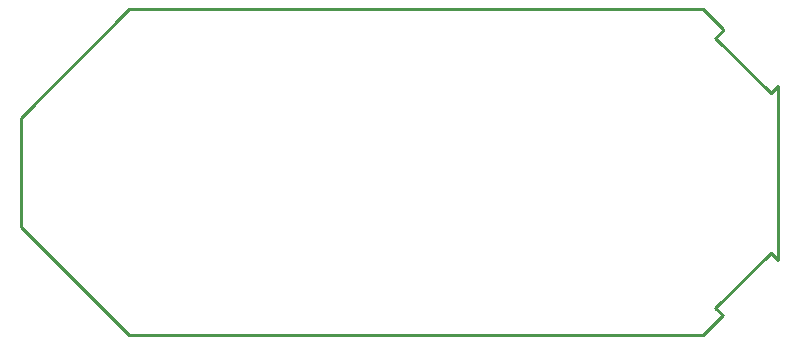
<source format=gbr>
%TF.GenerationSoftware,KiCad,Pcbnew,7.0.5*%
%TF.CreationDate,2024-09-10T19:27:24-04:00*%
%TF.ProjectId,PCB_PCB_OpenSuperHetv6PCB,5043425f-5043-4425-9f4f-70656e537570,rev?*%
%TF.SameCoordinates,Original*%
%TF.FileFunction,Profile,NP*%
%FSLAX46Y46*%
G04 Gerber Fmt 4.6, Leading zero omitted, Abs format (unit mm)*
G04 Created by KiCad (PCBNEW 7.0.5) date 2024-09-10 19:27:24*
%MOMM*%
%LPD*%
G01*
G04 APERTURE LIST*
%TA.AperFunction,Profile*%
%ADD10C,0.254000*%
%TD*%
G04 APERTURE END LIST*
D10*
X57410000Y-42188553D02*
X8783111Y-42188553D01*
X63751000Y-35842000D02*
X63751000Y-21054000D01*
X8763000Y-14605000D02*
X-385442Y-23753442D01*
X59083000Y-16284000D02*
X57404000Y-14605000D01*
X57410000Y-14605000D02*
X8763000Y-14605000D01*
X-385442Y-33020000D02*
X8783111Y-42188553D01*
X57406833Y-42187167D02*
X59084000Y-40510000D01*
X59083000Y-16386000D02*
X59083000Y-16284000D01*
X-385442Y-23753442D02*
X-385442Y-33020000D01*
%TO.C,ANT_SMA2*%
X63750747Y-21053157D02*
X63114351Y-21689553D01*
X63114351Y-21689553D02*
X58447447Y-17022649D01*
X58447447Y-17022649D02*
X59083843Y-16386253D01*
%TO.C,ANT_SMA1*%
X58447447Y-39873351D02*
X63114351Y-35206447D01*
X59083843Y-40509747D02*
X58447447Y-39873351D01*
X63114351Y-35206447D02*
X63750747Y-35842843D01*
%TD*%
M02*

</source>
